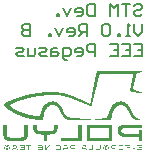
<source format=gbo>
G04*
G04 #@! TF.GenerationSoftware,Altium Limited,Altium Designer,24.1.2 (44)*
G04*
G04 Layer_Color=32896*
%FSLAX25Y25*%
%MOIN*%
G70*
G04*
G04 #@! TF.SameCoordinates,1DDA6136-DF48-45E1-A017-FCB5BA0D29E7*
G04*
G04*
G04 #@! TF.FilePolarity,Positive*
G04*
G01*
G75*
%ADD12C,0.00787*%
G36*
X116705Y133025D02*
X118622D01*
Y132989D01*
X122935D01*
Y132952D01*
X127765D01*
Y132915D01*
X130051D01*
Y132878D01*
X130862D01*
Y132841D01*
X130825D01*
Y132804D01*
X130751D01*
Y132767D01*
X130677D01*
Y132730D01*
X130604D01*
Y132694D01*
X130493D01*
Y132657D01*
X130419D01*
Y132620D01*
X130309D01*
Y132583D01*
X130198D01*
Y132546D01*
X130088D01*
Y132509D01*
X130014D01*
Y132472D01*
X129903D01*
Y132436D01*
X129793D01*
Y132399D01*
X129719D01*
Y132362D01*
X129608D01*
Y132325D01*
X129535D01*
Y132288D01*
X129424D01*
Y132251D01*
X129350D01*
Y132214D01*
X129277D01*
Y132177D01*
X129203D01*
Y132141D01*
X129129D01*
Y132104D01*
X129055D01*
Y132067D01*
X129018D01*
Y132030D01*
X128945D01*
Y131993D01*
X128908D01*
Y131956D01*
X128871D01*
Y131919D01*
X128834D01*
Y131772D01*
X128797D01*
Y131588D01*
X128760D01*
Y131403D01*
X128724D01*
Y131219D01*
X128687D01*
Y131035D01*
X128650D01*
Y130850D01*
X128613D01*
Y130703D01*
X128576D01*
Y130518D01*
X128539D01*
Y130371D01*
X128502D01*
Y130187D01*
X128465D01*
Y130039D01*
X128429D01*
Y129855D01*
X128392D01*
Y129707D01*
X128355D01*
Y129523D01*
X128318D01*
Y129376D01*
X128281D01*
Y129191D01*
X128244D01*
Y129044D01*
X128207D01*
Y128896D01*
X128171D01*
Y128712D01*
X128134D01*
Y128565D01*
X128097D01*
Y128380D01*
X128060D01*
Y128233D01*
X128023D01*
Y128085D01*
X127986D01*
Y127901D01*
X127949D01*
Y127717D01*
X127912D01*
Y127569D01*
X127876D01*
Y127385D01*
X127839D01*
Y127200D01*
X127876D01*
Y127090D01*
X127912D01*
Y127053D01*
X127949D01*
Y126979D01*
X127986D01*
Y126942D01*
X128023D01*
Y126906D01*
X128097D01*
Y126869D01*
X128134D01*
Y126832D01*
X128171D01*
Y126795D01*
X128244D01*
Y126758D01*
X128318D01*
Y126721D01*
X128392D01*
Y126684D01*
X128465D01*
Y126647D01*
X128539D01*
Y126611D01*
X128650D01*
Y126574D01*
X128724D01*
Y126537D01*
X128834D01*
Y126500D01*
X128945D01*
Y126463D01*
X129055D01*
Y126426D01*
X129166D01*
Y126389D01*
X129277D01*
Y126353D01*
X129387D01*
Y126316D01*
X129498D01*
Y126279D01*
X129608D01*
Y126242D01*
X129719D01*
Y126205D01*
X129830D01*
Y126168D01*
X129940D01*
Y126131D01*
X130051D01*
Y126094D01*
X130161D01*
Y126058D01*
X130235D01*
Y126021D01*
X130346D01*
Y125984D01*
X130419D01*
Y125947D01*
X130530D01*
Y125910D01*
X130604D01*
Y125873D01*
X130677D01*
Y125836D01*
X130751D01*
Y125800D01*
X130825D01*
Y125763D01*
X130014D01*
Y125800D01*
X129424D01*
Y125836D01*
X128945D01*
Y125873D01*
X128539D01*
Y125910D01*
X128207D01*
Y125947D01*
X127949D01*
Y125984D01*
X127728D01*
Y126021D01*
X127507D01*
Y126058D01*
X127359D01*
Y126094D01*
X127212D01*
Y126131D01*
X127101D01*
Y126168D01*
X126991D01*
Y126205D01*
X126917D01*
Y126242D01*
X126880D01*
Y126279D01*
X126843D01*
Y126316D01*
X126806D01*
Y126574D01*
X126843D01*
Y126795D01*
X126880D01*
Y126979D01*
X126917D01*
Y127164D01*
X126954D01*
Y127385D01*
X126991D01*
Y127569D01*
X127028D01*
Y127753D01*
X127065D01*
Y127938D01*
X127101D01*
Y128122D01*
X127138D01*
Y128306D01*
X127175D01*
Y128491D01*
X127212D01*
Y128638D01*
X127249D01*
Y128823D01*
X127286D01*
Y129007D01*
X127323D01*
Y129191D01*
X127359D01*
Y129376D01*
X127396D01*
Y129560D01*
X127433D01*
Y129744D01*
X127470D01*
Y129929D01*
X127507D01*
Y130113D01*
X127544D01*
Y130297D01*
X127581D01*
Y130445D01*
X127618D01*
Y130666D01*
X127654D01*
Y130850D01*
X127691D01*
Y131035D01*
X127728D01*
Y131219D01*
X127765D01*
Y131440D01*
X127802D01*
Y131624D01*
X127839D01*
Y131883D01*
X126217D01*
Y131919D01*
X118143D01*
Y131883D01*
X116668D01*
Y131846D01*
X116595D01*
Y131735D01*
X116558D01*
Y131588D01*
X116521D01*
Y131440D01*
X116484D01*
Y131293D01*
X116447D01*
Y131145D01*
X116410D01*
Y130998D01*
X116373D01*
Y130850D01*
X116336D01*
Y130703D01*
X116299D01*
Y130555D01*
X116263D01*
Y130408D01*
X116226D01*
Y130260D01*
X116189D01*
Y130113D01*
X116152D01*
Y129965D01*
X116115D01*
Y129818D01*
X116078D01*
Y129671D01*
X116042D01*
Y129523D01*
X116005D01*
Y129376D01*
X115968D01*
Y129228D01*
X115931D01*
Y129081D01*
X115894D01*
Y128933D01*
X115857D01*
Y128786D01*
X115820D01*
Y128638D01*
X115783D01*
Y128491D01*
X115746D01*
Y128343D01*
X115710D01*
Y128196D01*
X115673D01*
Y128012D01*
X115636D01*
Y127864D01*
X115599D01*
Y127717D01*
X115562D01*
Y127569D01*
X115525D01*
Y127422D01*
X115489D01*
Y127274D01*
X115452D01*
Y127127D01*
X115415D01*
Y126979D01*
X115378D01*
Y126832D01*
X115341D01*
Y126684D01*
X115304D01*
Y126537D01*
X115267D01*
Y126389D01*
X115230D01*
Y126242D01*
X115194D01*
Y126094D01*
X115157D01*
Y125947D01*
X115120D01*
Y125800D01*
X115083D01*
Y125652D01*
X115046D01*
Y125505D01*
X115009D01*
Y125357D01*
X114972D01*
Y125210D01*
X114936D01*
Y125062D01*
X114899D01*
Y124915D01*
X114862D01*
Y124767D01*
X114825D01*
Y124620D01*
X114788D01*
Y124472D01*
X114751D01*
Y124325D01*
X114714D01*
Y124177D01*
X114677D01*
Y124030D01*
X114641D01*
Y123882D01*
X114604D01*
Y123735D01*
X114567D01*
Y123588D01*
X114530D01*
Y123440D01*
X114493D01*
Y123293D01*
X114456D01*
Y123145D01*
X114419D01*
Y122998D01*
X114383D01*
Y122887D01*
X114346D01*
Y122740D01*
X114309D01*
Y122592D01*
X114272D01*
Y122445D01*
X114235D01*
Y122297D01*
X114198D01*
Y122150D01*
X114161D01*
Y122039D01*
X114124D01*
Y121892D01*
X114088D01*
Y121744D01*
X114051D01*
Y121597D01*
X114014D01*
Y121486D01*
X113977D01*
Y121339D01*
X113940D01*
Y121228D01*
X113903D01*
Y121265D01*
X113793D01*
Y121302D01*
X113719D01*
Y121339D01*
X113645D01*
Y121376D01*
X113535D01*
Y121412D01*
X113461D01*
Y121449D01*
X113387D01*
Y121486D01*
X113277D01*
Y121523D01*
X113203D01*
Y121560D01*
X113092D01*
Y121597D01*
X113018D01*
Y121634D01*
X112945D01*
Y121670D01*
X112834D01*
Y121707D01*
X112760D01*
Y121744D01*
X112687D01*
Y121781D01*
X112576D01*
Y121818D01*
X112502D01*
Y121855D01*
X112392D01*
Y121892D01*
X112318D01*
Y121929D01*
X112244D01*
Y121965D01*
X112134D01*
Y122002D01*
X112060D01*
Y122039D01*
X111949D01*
Y122076D01*
X111876D01*
Y122113D01*
X111802D01*
Y122150D01*
X111691D01*
Y122187D01*
X111618D01*
Y122223D01*
X111507D01*
Y122260D01*
X111433D01*
Y122297D01*
X111323D01*
Y122334D01*
X111249D01*
Y122371D01*
X111175D01*
Y122408D01*
X111065D01*
Y122445D01*
X110991D01*
Y122482D01*
X110880D01*
Y122518D01*
X110806D01*
Y122555D01*
X110696D01*
Y122592D01*
X110622D01*
Y122629D01*
X110512D01*
Y122666D01*
X110438D01*
Y122703D01*
X110327D01*
Y122740D01*
X110254D01*
Y122776D01*
X110143D01*
Y122813D01*
X110069D01*
Y122850D01*
X109959D01*
Y122887D01*
X109885D01*
Y122924D01*
X109774D01*
Y122961D01*
X109701D01*
Y122998D01*
X109590D01*
Y123035D01*
X109516D01*
Y123071D01*
X109406D01*
Y123108D01*
X109332D01*
Y123145D01*
X109221D01*
Y123182D01*
X109111D01*
Y123219D01*
X109037D01*
Y123256D01*
X108926D01*
Y123293D01*
X108853D01*
Y123329D01*
X108742D01*
Y123366D01*
X108668D01*
Y123403D01*
X108558D01*
Y123440D01*
X108447D01*
Y123477D01*
X108373D01*
Y123514D01*
X108263D01*
Y123551D01*
X108152D01*
Y123588D01*
X108078D01*
Y123624D01*
X107968D01*
Y123661D01*
X107857D01*
Y123698D01*
X107783D01*
Y123735D01*
X107673D01*
Y123772D01*
X107562D01*
Y123809D01*
X107489D01*
Y123846D01*
X107378D01*
Y123882D01*
X107267D01*
Y123919D01*
X107157D01*
Y123956D01*
X107046D01*
Y123993D01*
X106972D01*
Y124030D01*
X106862D01*
Y124067D01*
X106751D01*
Y124104D01*
X106641D01*
Y124141D01*
X106530D01*
Y124177D01*
X106419D01*
Y124214D01*
X106309D01*
Y124251D01*
X106198D01*
Y124288D01*
X106088D01*
Y124325D01*
X105940D01*
Y124362D01*
X105830D01*
Y124399D01*
X105719D01*
Y124435D01*
X105571D01*
Y124472D01*
X105424D01*
Y124509D01*
X105277D01*
Y124546D01*
X105166D01*
Y124583D01*
X105018D01*
Y124620D01*
X104834D01*
Y124657D01*
X104687D01*
Y124694D01*
X104539D01*
Y124730D01*
X104355D01*
Y124767D01*
X104207D01*
Y124804D01*
X104023D01*
Y124841D01*
X103802D01*
Y124878D01*
X103581D01*
Y124915D01*
X103323D01*
Y124952D01*
X103028D01*
Y124988D01*
X102659D01*
Y125025D01*
X101995D01*
Y125062D01*
X101111D01*
Y125025D01*
X99968D01*
Y124988D01*
X99304D01*
Y124952D01*
X98788D01*
Y124915D01*
X98346D01*
Y124878D01*
X97977D01*
Y124841D01*
X97608D01*
Y124804D01*
X97313D01*
Y124767D01*
X97018D01*
Y124730D01*
X96724D01*
Y124694D01*
X96465D01*
Y124657D01*
X96244D01*
Y124620D01*
X95986D01*
Y124583D01*
X95765D01*
Y124546D01*
X95544D01*
Y124509D01*
X95359D01*
Y124472D01*
X95138D01*
Y124435D01*
X94954D01*
Y124399D01*
X94770D01*
Y124362D01*
X94585D01*
Y124325D01*
X94401D01*
Y124288D01*
X94217D01*
Y124251D01*
X94069D01*
Y124214D01*
X93885D01*
Y124177D01*
X93737D01*
Y124141D01*
X93553D01*
Y124104D01*
X93405D01*
Y124067D01*
X93258D01*
Y124030D01*
X93111D01*
Y123993D01*
X92963D01*
Y123956D01*
X92816D01*
Y123919D01*
X92668D01*
Y123882D01*
X92521D01*
Y123846D01*
X92373D01*
Y123809D01*
X92226D01*
Y123772D01*
X92078D01*
Y123735D01*
X91968D01*
Y123698D01*
X91820D01*
Y123661D01*
X91673D01*
Y123624D01*
X91562D01*
Y123588D01*
X91415D01*
Y123551D01*
X91304D01*
Y123514D01*
X91157D01*
Y123477D01*
X91046D01*
Y123440D01*
X90935D01*
Y123403D01*
X90788D01*
Y123366D01*
X90677D01*
Y123329D01*
X90567D01*
Y123293D01*
X90419D01*
Y123256D01*
X90309D01*
Y123219D01*
X90198D01*
Y123182D01*
X90088D01*
Y123145D01*
X89977D01*
Y123108D01*
X89866D01*
Y123071D01*
X89756D01*
Y123035D01*
X89645D01*
Y122998D01*
X89535D01*
Y122961D01*
X89424D01*
Y122924D01*
X89313D01*
Y122887D01*
X89203D01*
Y122850D01*
X89129D01*
Y122813D01*
X89018D01*
Y122776D01*
X88908D01*
Y122740D01*
X88834D01*
Y122703D01*
X88723D01*
Y122666D01*
X88650D01*
Y122629D01*
X88539D01*
Y122592D01*
X88465D01*
Y122555D01*
X88355D01*
Y122518D01*
X88281D01*
Y122482D01*
X88207D01*
Y122445D01*
X88097D01*
Y122408D01*
X88023D01*
Y122371D01*
X87949D01*
Y122334D01*
X87876D01*
Y122297D01*
X87802D01*
Y122260D01*
X87728D01*
Y122223D01*
X87654D01*
Y122187D01*
X87581D01*
Y122150D01*
X87544D01*
Y122113D01*
X87470D01*
Y122076D01*
X87396D01*
Y122039D01*
X87359D01*
Y122002D01*
X87286D01*
Y121965D01*
X87249D01*
Y121929D01*
X87175D01*
Y121892D01*
X87138D01*
Y121855D01*
X87101D01*
Y121818D01*
X87064D01*
Y121781D01*
X87028D01*
Y121744D01*
X86991D01*
Y121670D01*
X86954D01*
Y121597D01*
X86917D01*
Y121412D01*
X86954D01*
Y121302D01*
X86991D01*
Y121228D01*
X87028D01*
Y121191D01*
X87064D01*
Y121117D01*
X87101D01*
Y121081D01*
X87138D01*
Y121044D01*
X87175D01*
Y121007D01*
X87212D01*
Y120970D01*
X87249D01*
Y120933D01*
X87286D01*
Y120896D01*
X87323D01*
Y120859D01*
X87359D01*
Y120823D01*
X87396D01*
Y120786D01*
X87470D01*
Y120749D01*
X87507D01*
Y120712D01*
X87544D01*
Y120675D01*
X87617D01*
Y120638D01*
X87654D01*
Y120601D01*
X87728D01*
Y120564D01*
X87765D01*
Y120528D01*
X87839D01*
Y120491D01*
X87876D01*
Y120454D01*
X87949D01*
Y120417D01*
X87986D01*
Y120380D01*
X88060D01*
Y120343D01*
X88134D01*
Y120306D01*
X88207D01*
Y120270D01*
X88244D01*
Y120233D01*
X88318D01*
Y120196D01*
X88392D01*
Y120159D01*
X88465D01*
Y120122D01*
X88539D01*
Y120085D01*
X88613D01*
Y120048D01*
X88687D01*
Y120011D01*
X88760D01*
Y119975D01*
X88834D01*
Y119938D01*
X88908D01*
Y119901D01*
X88982D01*
Y119864D01*
X89055D01*
Y119827D01*
X89166D01*
Y119790D01*
X89240D01*
Y119754D01*
X89313D01*
Y119717D01*
X89387D01*
Y119680D01*
X89498D01*
Y119643D01*
X89571D01*
Y119606D01*
X89645D01*
Y119569D01*
X89756D01*
Y119532D01*
X89829D01*
Y119495D01*
X89940D01*
Y119458D01*
X90014D01*
Y119422D01*
X90088D01*
Y119385D01*
X90198D01*
Y119348D01*
X90309D01*
Y119311D01*
X90382D01*
Y119274D01*
X90493D01*
Y119237D01*
X90567D01*
Y119201D01*
X90677D01*
Y119164D01*
X90788D01*
Y119127D01*
X90899D01*
Y119090D01*
X90972D01*
Y119053D01*
X91083D01*
Y119016D01*
X91194D01*
Y118979D01*
X91304D01*
Y118942D01*
X91415D01*
Y118905D01*
X91525D01*
Y118869D01*
X91673D01*
Y118832D01*
X91783D01*
Y118795D01*
X91894D01*
Y118758D01*
X92041D01*
Y118721D01*
X92189D01*
Y118684D01*
X92336D01*
Y118648D01*
X92484D01*
Y118611D01*
X92631D01*
Y118574D01*
X92779D01*
Y118537D01*
X92926D01*
Y118500D01*
X93074D01*
Y118463D01*
X93258D01*
Y118426D01*
X93405D01*
Y118389D01*
X93590D01*
Y118352D01*
X93737D01*
Y118316D01*
X93922D01*
Y118279D01*
X94106D01*
Y118242D01*
X94290D01*
Y118205D01*
X94475D01*
Y118168D01*
X94696D01*
Y118131D01*
X94917D01*
Y118095D01*
X95138D01*
Y118058D01*
X95359D01*
Y118021D01*
X95618D01*
Y117984D01*
X95949D01*
Y117947D01*
X96539D01*
Y117984D01*
X96613D01*
Y118021D01*
X96687D01*
Y118058D01*
X96724D01*
Y118095D01*
X96760D01*
Y118168D01*
X96797D01*
Y118205D01*
X96834D01*
Y118279D01*
X96871D01*
Y118352D01*
X96908D01*
Y118463D01*
X96945D01*
Y118537D01*
X96982D01*
Y118684D01*
X97018D01*
Y118795D01*
X97055D01*
Y118942D01*
X97092D01*
Y119127D01*
X97129D01*
Y119274D01*
X97166D01*
Y119422D01*
X97203D01*
Y119569D01*
X97240D01*
Y119717D01*
X97277D01*
Y119827D01*
X97313D01*
Y119938D01*
X97350D01*
Y120048D01*
X97387D01*
Y120159D01*
X97424D01*
Y120270D01*
X97461D01*
Y120343D01*
X97498D01*
Y120417D01*
X97535D01*
Y120528D01*
X97571D01*
Y120601D01*
X97608D01*
Y120675D01*
X97645D01*
Y120749D01*
X97682D01*
Y120823D01*
X97719D01*
Y120859D01*
X97756D01*
Y120933D01*
X97793D01*
Y121007D01*
X97830D01*
Y121044D01*
X97866D01*
Y121117D01*
X97903D01*
Y121154D01*
X97940D01*
Y121228D01*
X97977D01*
Y121265D01*
X98014D01*
Y121302D01*
X98051D01*
Y121376D01*
X98088D01*
Y121412D01*
X98124D01*
Y121449D01*
X98161D01*
Y121486D01*
X98198D01*
Y121523D01*
X98235D01*
Y121597D01*
X98272D01*
Y121634D01*
X98309D01*
Y121670D01*
X98346D01*
Y121707D01*
X98383D01*
Y121744D01*
X98419D01*
Y121781D01*
X98456D01*
Y121818D01*
X98493D01*
Y121855D01*
X98530D01*
Y121892D01*
X98567D01*
Y121929D01*
X98641D01*
Y121965D01*
X98677D01*
Y122002D01*
X98714D01*
Y122039D01*
X98751D01*
Y122076D01*
X98825D01*
Y122113D01*
X98862D01*
Y122150D01*
X98899D01*
Y122187D01*
X98972D01*
Y122223D01*
X99009D01*
Y122260D01*
X99083D01*
Y122297D01*
X99120D01*
Y122334D01*
X99194D01*
Y122371D01*
X99267D01*
Y122408D01*
X99304D01*
Y122445D01*
X99378D01*
Y122482D01*
X99452D01*
Y122518D01*
X99562D01*
Y122555D01*
X99636D01*
Y122592D01*
X99710D01*
Y122629D01*
X99820D01*
Y122666D01*
X99931D01*
Y122703D01*
X100041D01*
Y122740D01*
X100189D01*
Y122776D01*
X100336D01*
Y122813D01*
X100558D01*
Y122850D01*
X100889D01*
Y122887D01*
X101332D01*
Y122850D01*
X101627D01*
Y122813D01*
X101774D01*
Y122776D01*
X101922D01*
Y122740D01*
X102032D01*
Y122703D01*
X102106D01*
Y122666D01*
X102217D01*
Y122629D01*
X102290D01*
Y122592D01*
X102364D01*
Y122555D01*
X102438D01*
Y122518D01*
X102475D01*
Y122482D01*
X102548D01*
Y122445D01*
X102622D01*
Y122408D01*
X102659D01*
Y122371D01*
X102733D01*
Y122334D01*
X102770D01*
Y122297D01*
X102806D01*
Y122260D01*
X102843D01*
Y122223D01*
X102917D01*
Y122187D01*
X102954D01*
Y122150D01*
X102991D01*
Y122113D01*
X103028D01*
Y122076D01*
X103065D01*
Y122039D01*
X103101D01*
Y122002D01*
X103138D01*
Y121965D01*
X103175D01*
Y121929D01*
X103212D01*
Y121892D01*
X103249D01*
Y121855D01*
X103286D01*
Y121818D01*
X103323D01*
Y121781D01*
X103359D01*
Y121744D01*
X103396D01*
Y121707D01*
X103433D01*
Y121670D01*
X103470D01*
Y121597D01*
X103507D01*
Y121560D01*
X103544D01*
Y121523D01*
X103581D01*
Y121486D01*
X103618D01*
Y121412D01*
X103654D01*
Y121376D01*
X103691D01*
Y121339D01*
X103728D01*
Y121265D01*
X103765D01*
Y121228D01*
X103802D01*
Y121154D01*
X103839D01*
Y121117D01*
X103876D01*
Y121044D01*
X103912D01*
Y120970D01*
X103949D01*
Y120933D01*
X103986D01*
Y120859D01*
X104023D01*
Y120786D01*
X104060D01*
Y120712D01*
X104097D01*
Y120638D01*
X104134D01*
Y120564D01*
X104171D01*
Y120491D01*
X104207D01*
Y120417D01*
X104244D01*
Y120343D01*
X104281D01*
Y120233D01*
X104318D01*
Y120159D01*
X104355D01*
Y120085D01*
X104392D01*
Y119975D01*
X104429D01*
Y119901D01*
X104465D01*
Y119827D01*
X104502D01*
Y119754D01*
X104539D01*
Y119643D01*
X104576D01*
Y119569D01*
X104613D01*
Y119495D01*
X104650D01*
Y119422D01*
X104687D01*
Y119348D01*
X104724D01*
Y119274D01*
X104760D01*
Y119201D01*
X104797D01*
Y119127D01*
X104834D01*
Y119053D01*
X104871D01*
Y118979D01*
X104908D01*
Y118905D01*
X104945D01*
Y118832D01*
X104982D01*
Y118795D01*
X105018D01*
Y118721D01*
X105055D01*
Y118648D01*
X105092D01*
Y118611D01*
X105129D01*
Y118537D01*
X105166D01*
Y118500D01*
X105203D01*
Y118463D01*
X105240D01*
Y118426D01*
X105277D01*
Y118352D01*
X105313D01*
Y118316D01*
X105350D01*
Y118279D01*
X105387D01*
Y118242D01*
X105424D01*
Y118205D01*
X105461D01*
Y118168D01*
X105498D01*
Y118131D01*
X105535D01*
Y118095D01*
X105608D01*
Y118058D01*
X105645D01*
Y118021D01*
X105682D01*
Y117984D01*
X105756D01*
Y117947D01*
X105793D01*
Y117910D01*
X105866D01*
Y117873D01*
X105940D01*
Y117836D01*
X106014D01*
Y117799D01*
X106088D01*
Y117763D01*
X106161D01*
Y117726D01*
X106235D01*
Y117689D01*
X106309D01*
Y117652D01*
X106419D01*
Y117615D01*
X106530D01*
Y117578D01*
X106641D01*
Y117542D01*
X106751D01*
Y117505D01*
X106936D01*
Y117468D01*
X107120D01*
Y117431D01*
X107341D01*
Y117394D01*
X107673D01*
Y117357D01*
X108078D01*
Y117320D01*
X108521D01*
Y117283D01*
X109074D01*
Y117246D01*
X109664D01*
Y117210D01*
X110290D01*
Y117173D01*
X110880D01*
Y117136D01*
X111470D01*
Y117099D01*
X111986D01*
Y117062D01*
X112465D01*
Y117025D01*
X112834D01*
Y116989D01*
X113166D01*
Y116952D01*
X113424D01*
Y116915D01*
X113645D01*
Y116878D01*
X113830D01*
Y116841D01*
X113940D01*
Y116804D01*
X114051D01*
Y116767D01*
X114124D01*
Y116730D01*
X114161D01*
Y116694D01*
X114198D01*
Y116620D01*
X110032D01*
Y116657D01*
X108447D01*
Y116694D01*
X107562D01*
Y116730D01*
X106936D01*
Y116767D01*
X106493D01*
Y116804D01*
X106161D01*
Y116841D01*
X105903D01*
Y116878D01*
X105719D01*
Y116915D01*
X105571D01*
Y116952D01*
X105461D01*
Y116989D01*
X105424D01*
Y117025D01*
X105350D01*
Y117062D01*
X105313D01*
Y117099D01*
X105240D01*
Y117136D01*
X105203D01*
Y117173D01*
X105129D01*
Y117210D01*
X105092D01*
Y117246D01*
X105055D01*
Y117283D01*
X105018D01*
Y117320D01*
X104982D01*
Y117357D01*
X104945D01*
Y117394D01*
X104908D01*
Y117431D01*
X104871D01*
Y117468D01*
X104834D01*
Y117505D01*
X104797D01*
Y117542D01*
X104760D01*
Y117578D01*
X104724D01*
Y117615D01*
X104687D01*
Y117652D01*
X104650D01*
Y117689D01*
X104613D01*
Y117763D01*
X104576D01*
Y117799D01*
X104539D01*
Y117836D01*
X104502D01*
Y117910D01*
X104465D01*
Y117947D01*
X104429D01*
Y118021D01*
X104392D01*
Y118058D01*
X104355D01*
Y118131D01*
X104318D01*
Y118205D01*
X104281D01*
Y118242D01*
X104244D01*
Y118316D01*
X104207D01*
Y118389D01*
X104171D01*
Y118463D01*
X104134D01*
Y118500D01*
X104097D01*
Y118574D01*
X104060D01*
Y118648D01*
X104023D01*
Y118721D01*
X103986D01*
Y118795D01*
X103949D01*
Y118869D01*
X103912D01*
Y118942D01*
X103876D01*
Y119016D01*
X103839D01*
Y119090D01*
X103802D01*
Y119164D01*
X103765D01*
Y119201D01*
X103728D01*
Y119274D01*
X103691D01*
Y119348D01*
X103654D01*
Y119422D01*
X103618D01*
Y119495D01*
X103581D01*
Y119569D01*
X103544D01*
Y119643D01*
X103507D01*
Y119717D01*
X103470D01*
Y119790D01*
X103433D01*
Y119864D01*
X103396D01*
Y119901D01*
X103359D01*
Y119975D01*
X103323D01*
Y120048D01*
X103286D01*
Y120122D01*
X103249D01*
Y120159D01*
X103212D01*
Y120233D01*
X103175D01*
Y120306D01*
X103138D01*
Y120343D01*
X103101D01*
Y120417D01*
X103065D01*
Y120454D01*
X103028D01*
Y120528D01*
X102991D01*
Y120564D01*
X102954D01*
Y120638D01*
X102917D01*
Y120675D01*
X102880D01*
Y120712D01*
X102843D01*
Y120786D01*
X102806D01*
Y120823D01*
X102770D01*
Y120859D01*
X102733D01*
Y120896D01*
X102696D01*
Y120970D01*
X102659D01*
Y121007D01*
X102622D01*
Y121044D01*
X102585D01*
Y121081D01*
X102548D01*
Y121117D01*
X102512D01*
Y121154D01*
X102475D01*
Y121191D01*
X102401D01*
Y121228D01*
X102364D01*
Y121265D01*
X102327D01*
Y121302D01*
X102290D01*
Y121339D01*
X102217D01*
Y121376D01*
X102180D01*
Y121412D01*
X102106D01*
Y121449D01*
X102069D01*
Y121486D01*
X101995D01*
Y121523D01*
X101922D01*
Y121560D01*
X101811D01*
Y121597D01*
X101737D01*
Y121634D01*
X101590D01*
Y121670D01*
X101406D01*
Y121707D01*
X100853D01*
Y121670D01*
X100631D01*
Y121634D01*
X100484D01*
Y121597D01*
X100373D01*
Y121560D01*
X100263D01*
Y121523D01*
X100189D01*
Y121486D01*
X100115D01*
Y121449D01*
X100041D01*
Y121412D01*
X99968D01*
Y121376D01*
X99894D01*
Y121339D01*
X99857D01*
Y121302D01*
X99783D01*
Y121265D01*
X99747D01*
Y121228D01*
X99673D01*
Y121191D01*
X99636D01*
Y121154D01*
X99562D01*
Y121117D01*
X99525D01*
Y121081D01*
X99489D01*
Y121044D01*
X99452D01*
Y121007D01*
X99415D01*
Y120970D01*
X99378D01*
Y120933D01*
X99304D01*
Y120896D01*
X99267D01*
Y120859D01*
X99230D01*
Y120823D01*
X99194D01*
Y120749D01*
X99157D01*
Y120712D01*
X99120D01*
Y120675D01*
X99083D01*
Y120638D01*
X99046D01*
Y120601D01*
X99009D01*
Y120564D01*
X98972D01*
Y120491D01*
X98936D01*
Y120454D01*
X98899D01*
Y120417D01*
X98862D01*
Y120343D01*
X98825D01*
Y120306D01*
X98788D01*
Y120233D01*
X98751D01*
Y120196D01*
X98714D01*
Y120122D01*
X98677D01*
Y120048D01*
X98641D01*
Y119975D01*
X98604D01*
Y119901D01*
X98567D01*
Y119864D01*
X98530D01*
Y119754D01*
X98493D01*
Y119680D01*
X98456D01*
Y119606D01*
X98419D01*
Y119532D01*
X98383D01*
Y119422D01*
X98346D01*
Y119311D01*
X98309D01*
Y119201D01*
X98272D01*
Y119053D01*
X98235D01*
Y118905D01*
X98198D01*
Y118758D01*
X98161D01*
Y118611D01*
X98124D01*
Y118426D01*
X98088D01*
Y118279D01*
X98051D01*
Y118095D01*
X98014D01*
Y117873D01*
X97977D01*
Y117689D01*
X97940D01*
Y117468D01*
X97903D01*
Y117246D01*
X97866D01*
Y117210D01*
Y117062D01*
X97830D01*
Y116878D01*
X97793D01*
Y116804D01*
X97756D01*
Y116767D01*
X97719D01*
Y116730D01*
X97682D01*
Y116694D01*
X97571D01*
Y116657D01*
X97424D01*
Y116620D01*
X96760D01*
Y116657D01*
X96392D01*
Y116694D01*
X96060D01*
Y116730D01*
X95802D01*
Y116767D01*
X95544D01*
Y116804D01*
X95323D01*
Y116841D01*
X95065D01*
Y116878D01*
X94843D01*
Y116915D01*
X94585D01*
Y116952D01*
X94364D01*
Y116989D01*
X94143D01*
Y117025D01*
X93922D01*
Y117062D01*
X93737D01*
Y117099D01*
X93553D01*
Y117136D01*
X93369D01*
Y117173D01*
X93221D01*
Y117210D01*
X93074D01*
Y117246D01*
X92926D01*
Y117283D01*
X92742D01*
Y117320D01*
X92631D01*
Y117357D01*
X92484D01*
Y117394D01*
X92336D01*
Y117431D01*
X92189D01*
Y117468D01*
X92078D01*
Y117505D01*
X91931D01*
Y117542D01*
X91820D01*
Y117578D01*
X91673D01*
Y117615D01*
X91562D01*
Y117652D01*
X91452D01*
Y117689D01*
X91341D01*
Y117726D01*
X91194D01*
Y117763D01*
X91083D01*
Y117799D01*
X90972D01*
Y117836D01*
X90862D01*
Y117873D01*
X90751D01*
Y117910D01*
X90640D01*
Y117947D01*
X90567D01*
Y117984D01*
X90456D01*
Y118021D01*
X90346D01*
Y118058D01*
X90235D01*
Y118095D01*
X90161D01*
Y118131D01*
X90051D01*
Y118168D01*
X89977D01*
Y118205D01*
X89866D01*
Y118242D01*
X89793D01*
Y118279D01*
X89682D01*
Y118316D01*
X89608D01*
Y118352D01*
X89498D01*
Y118389D01*
X89424D01*
Y118426D01*
X89350D01*
Y118463D01*
X89240D01*
Y118500D01*
X89166D01*
Y118537D01*
X89092D01*
Y118574D01*
X89018D01*
Y118611D01*
X88945D01*
Y118648D01*
X88871D01*
Y118684D01*
X88797D01*
Y118721D01*
X88723D01*
Y118758D01*
X88650D01*
Y118795D01*
X88576D01*
Y118832D01*
X88502D01*
Y118869D01*
X88429D01*
Y118905D01*
X88355D01*
Y118942D01*
X88281D01*
Y118979D01*
X88207D01*
Y119016D01*
X88134D01*
Y119053D01*
X88097D01*
Y119090D01*
X88023D01*
Y119127D01*
X87949D01*
Y119164D01*
X87876D01*
Y119201D01*
X87802D01*
Y119237D01*
X87765D01*
Y119274D01*
X87691D01*
Y119311D01*
X87617D01*
Y119348D01*
X87581D01*
Y119385D01*
X87507D01*
Y119422D01*
X87433D01*
Y119458D01*
X87396D01*
Y119495D01*
X87323D01*
Y119532D01*
X87249D01*
Y119569D01*
X87212D01*
Y119606D01*
X87138D01*
Y119643D01*
X87064D01*
Y119680D01*
X87028D01*
Y119717D01*
X86954D01*
Y119754D01*
X86917D01*
Y119790D01*
X86843D01*
Y119827D01*
X86806D01*
Y119864D01*
X86733D01*
Y119901D01*
X86696D01*
Y119938D01*
X86622D01*
Y119975D01*
X86585D01*
Y120011D01*
X86511D01*
Y120048D01*
X86475D01*
Y120085D01*
X86401D01*
Y120122D01*
X86364D01*
Y120159D01*
X86290D01*
Y120196D01*
X86253D01*
Y120233D01*
X86217D01*
Y120270D01*
X86143D01*
Y120306D01*
X86106D01*
Y120343D01*
X86032D01*
Y120380D01*
X85995D01*
Y120417D01*
X85958D01*
Y120454D01*
X85885D01*
Y120491D01*
X85848D01*
Y120528D01*
X85811D01*
Y120564D01*
X85774D01*
Y120601D01*
X85701D01*
Y120638D01*
X85664D01*
Y120675D01*
X85627D01*
Y120712D01*
X85590D01*
Y120749D01*
X85516D01*
Y120786D01*
X85479D01*
Y120823D01*
X85442D01*
Y120859D01*
X85405D01*
Y120896D01*
X85369D01*
Y120933D01*
X85332D01*
Y120970D01*
X85295D01*
Y121007D01*
X85258D01*
Y121044D01*
X85184D01*
Y121081D01*
X85148D01*
Y121117D01*
X85111D01*
Y121154D01*
X85074D01*
Y121228D01*
X85037D01*
Y121265D01*
X85000D01*
Y121302D01*
X84963D01*
Y121339D01*
X84926D01*
Y121376D01*
X84889D01*
Y121412D01*
X84852D01*
Y121486D01*
X84816D01*
Y121523D01*
X84779D01*
Y121597D01*
X84742D01*
Y121670D01*
X84705D01*
Y121929D01*
X84742D01*
Y121965D01*
X84779D01*
Y122002D01*
X84816D01*
Y122039D01*
X84852D01*
Y122076D01*
X84889D01*
Y122113D01*
X84926D01*
Y122150D01*
X84963D01*
Y122187D01*
X85037D01*
Y122223D01*
X85074D01*
Y122260D01*
X85148D01*
Y122297D01*
X85184D01*
Y122334D01*
X85258D01*
Y122371D01*
X85332D01*
Y122408D01*
X85405D01*
Y122445D01*
X85442D01*
Y122482D01*
X85516D01*
Y122518D01*
X85590D01*
Y122555D01*
X85664D01*
Y122592D01*
X85737D01*
Y122629D01*
X85811D01*
Y122666D01*
X85885D01*
Y122703D01*
X85958D01*
Y122740D01*
X86032D01*
Y122776D01*
X86106D01*
Y122813D01*
X86180D01*
Y122850D01*
X86253D01*
Y122887D01*
X86327D01*
Y122924D01*
X86438D01*
Y122961D01*
X86511D01*
Y122998D01*
X86585D01*
Y123035D01*
X86659D01*
Y123071D01*
X86770D01*
Y123108D01*
X86843D01*
Y123145D01*
X86917D01*
Y123182D01*
X87028D01*
Y123219D01*
X87101D01*
Y123256D01*
X87175D01*
Y123293D01*
X87286D01*
Y123329D01*
X87359D01*
Y123366D01*
X87470D01*
Y123403D01*
X87544D01*
Y123440D01*
X87654D01*
Y123477D01*
X87728D01*
Y123514D01*
X87839D01*
Y123551D01*
X87912D01*
Y123588D01*
X88023D01*
Y123624D01*
X88134D01*
Y123661D01*
X88207D01*
Y123698D01*
X88318D01*
Y123735D01*
X88429D01*
Y123772D01*
X88502D01*
Y123809D01*
X88613D01*
Y123846D01*
X88723D01*
Y123882D01*
X88797D01*
Y123919D01*
X88908D01*
Y123956D01*
X89018D01*
Y123993D01*
X89129D01*
Y124030D01*
X89240D01*
Y124067D01*
X89350D01*
Y124104D01*
X89424D01*
Y124141D01*
X89535D01*
Y124177D01*
X89645D01*
Y124214D01*
X89756D01*
Y124251D01*
X89866D01*
Y124288D01*
X89977D01*
Y124325D01*
X90088D01*
Y124362D01*
X90235D01*
Y124399D01*
X90346D01*
Y124435D01*
X90456D01*
Y124472D01*
X90567D01*
Y124509D01*
X90677D01*
Y124546D01*
X90825D01*
Y124583D01*
X90935D01*
Y124620D01*
X91046D01*
Y124657D01*
X91194D01*
Y124694D01*
X91304D01*
Y124730D01*
X91452D01*
Y124767D01*
X91562D01*
Y124804D01*
X91710D01*
Y124841D01*
X91857D01*
Y124878D01*
X92005D01*
Y124915D01*
X92152D01*
Y124952D01*
X92299D01*
Y124988D01*
X92447D01*
Y125025D01*
X92631D01*
Y125062D01*
X92779D01*
Y125099D01*
X92963D01*
Y125136D01*
X93111D01*
Y125173D01*
X93295D01*
Y125210D01*
X93479D01*
Y125247D01*
X93664D01*
Y125283D01*
X93848D01*
Y125320D01*
X94032D01*
Y125357D01*
X94253D01*
Y125394D01*
X94438D01*
Y125431D01*
X94659D01*
Y125468D01*
X94880D01*
Y125505D01*
X95101D01*
Y125541D01*
X95323D01*
Y125578D01*
X95544D01*
Y125615D01*
X95802D01*
Y125652D01*
X96060D01*
Y125689D01*
X96318D01*
Y125726D01*
X96613D01*
Y125763D01*
X96871D01*
Y125800D01*
X97203D01*
Y125836D01*
X97535D01*
Y125873D01*
X97866D01*
Y125910D01*
X98272D01*
Y125947D01*
X98714D01*
Y125984D01*
X99194D01*
Y126021D01*
X99894D01*
Y126058D01*
X101516D01*
Y126021D01*
X102032D01*
Y125984D01*
X102438D01*
Y125947D01*
X102733D01*
Y125910D01*
X103028D01*
Y125873D01*
X103286D01*
Y125836D01*
X103507D01*
Y125800D01*
X103728D01*
Y125763D01*
X103949D01*
Y125726D01*
X104134D01*
Y125689D01*
X104318D01*
Y125652D01*
X104502D01*
Y125615D01*
X104650D01*
Y125578D01*
X104834D01*
Y125541D01*
X104982D01*
Y125505D01*
X105129D01*
Y125468D01*
X105277D01*
Y125431D01*
X105424D01*
Y125394D01*
X105571D01*
Y125357D01*
X105719D01*
Y125320D01*
X105830D01*
Y125283D01*
X105977D01*
Y125247D01*
X106088D01*
Y125210D01*
X106198D01*
Y125173D01*
X106346D01*
Y125136D01*
X106456D01*
Y125099D01*
X106567D01*
Y125062D01*
X106677D01*
Y125025D01*
X106788D01*
Y124988D01*
X106862D01*
Y124952D01*
X106972D01*
Y124915D01*
X107083D01*
Y124878D01*
X107157D01*
Y124841D01*
X107267D01*
Y124804D01*
X107378D01*
Y124767D01*
X107452D01*
Y124730D01*
X107562D01*
Y124694D01*
X107673D01*
Y124657D01*
X107747D01*
Y124620D01*
X107857D01*
Y124583D01*
X107931D01*
Y124546D01*
X108042D01*
Y124509D01*
X108115D01*
Y124472D01*
X108226D01*
Y124435D01*
X108300D01*
Y124399D01*
X108410D01*
Y124362D01*
X108484D01*
Y124325D01*
X108595D01*
Y124288D01*
X108668D01*
Y124251D01*
X108779D01*
Y124214D01*
X108853D01*
Y124177D01*
X108926D01*
Y124141D01*
X109037D01*
Y124104D01*
X109111D01*
Y124067D01*
X109221D01*
Y124030D01*
X109295D01*
Y123993D01*
X109369D01*
Y123956D01*
X109479D01*
Y123919D01*
X109553D01*
Y123882D01*
X109627D01*
Y123846D01*
X109737D01*
Y123809D01*
X109811D01*
Y123772D01*
X109885D01*
Y123735D01*
X109995D01*
Y123698D01*
X110069D01*
Y123661D01*
X110143D01*
Y123624D01*
X110254D01*
Y123588D01*
X110327D01*
Y123551D01*
X110401D01*
Y123514D01*
X110475D01*
Y123477D01*
X110585D01*
Y123440D01*
X110659D01*
Y123403D01*
X110733D01*
Y123366D01*
X110806D01*
Y123329D01*
X110917D01*
Y123293D01*
X110991D01*
Y123256D01*
X111065D01*
Y123219D01*
X111138D01*
Y123182D01*
X111212D01*
Y123145D01*
X111323D01*
Y123108D01*
X111396D01*
Y123071D01*
X111470D01*
Y123035D01*
X111544D01*
Y122998D01*
X111618D01*
Y122961D01*
X111691D01*
Y122924D01*
X111765D01*
Y122887D01*
X111839D01*
Y122850D01*
X111949D01*
Y122813D01*
X112023D01*
Y122776D01*
X112097D01*
Y122740D01*
X112171D01*
Y122703D01*
X112244D01*
Y122666D01*
X112318D01*
Y122629D01*
X112392D01*
Y122592D01*
X112465D01*
Y122555D01*
X112539D01*
Y122518D01*
X112613D01*
Y122482D01*
X112687D01*
Y122445D01*
X112760D01*
Y122408D01*
X112834D01*
Y122371D01*
X112908D01*
Y122334D01*
X112982D01*
Y122297D01*
X113055D01*
Y122260D01*
X113129D01*
Y122223D01*
X113203D01*
Y122187D01*
X113277D01*
Y122150D01*
X113350D01*
Y122113D01*
X113424D01*
Y122076D01*
X113461D01*
Y122039D01*
X113535D01*
Y122150D01*
X113571D01*
Y122297D01*
X113608D01*
Y122445D01*
X113645D01*
Y122629D01*
X113682D01*
Y122813D01*
X113719D01*
Y122998D01*
X113756D01*
Y123182D01*
X113793D01*
Y123366D01*
X113830D01*
Y123551D01*
X113866D01*
Y123735D01*
X113903D01*
Y123919D01*
X113940D01*
Y124104D01*
X113977D01*
Y124325D01*
X114014D01*
Y124509D01*
X114051D01*
Y124694D01*
X114088D01*
Y124915D01*
X114124D01*
Y125099D01*
X114161D01*
Y125320D01*
X114198D01*
Y125505D01*
X114235D01*
Y125689D01*
X114272D01*
Y125910D01*
X114309D01*
Y126094D01*
X114346D01*
Y126316D01*
X114383D01*
Y126500D01*
X114419D01*
Y126721D01*
X114456D01*
Y126906D01*
X114493D01*
Y127127D01*
X114530D01*
Y127311D01*
X114567D01*
Y127532D01*
X114604D01*
Y127717D01*
X114641D01*
Y127901D01*
X114677D01*
Y128122D01*
X114714D01*
Y128306D01*
X114751D01*
Y128528D01*
X114788D01*
Y128712D01*
X114825D01*
Y128896D01*
X114862D01*
Y129118D01*
X114899D01*
Y129302D01*
X114936D01*
Y129486D01*
X114972D01*
Y129671D01*
X115009D01*
Y129855D01*
X115046D01*
Y130039D01*
X115083D01*
Y130224D01*
X115120D01*
Y130408D01*
X115157D01*
Y130592D01*
X115194D01*
Y130777D01*
X115230D01*
Y130961D01*
X115267D01*
Y131145D01*
X115304D01*
Y131330D01*
X115341D01*
Y131477D01*
X115378D01*
Y131661D01*
X115415D01*
Y131809D01*
X115452D01*
Y131956D01*
X115489D01*
Y132104D01*
X115525D01*
Y132251D01*
X115562D01*
Y132399D01*
X115599D01*
Y132509D01*
X115636D01*
Y132620D01*
X115673D01*
Y132694D01*
X115710D01*
Y132730D01*
X115746D01*
Y132804D01*
X115783D01*
Y132841D01*
X115820D01*
Y132878D01*
X115894D01*
Y132915D01*
X115931D01*
Y132952D01*
X116005D01*
Y132989D01*
X116115D01*
Y133025D01*
X116373D01*
Y133062D01*
X116705D01*
Y133025D01*
D02*
G37*
G36*
X124078Y122850D02*
X124373D01*
Y122813D01*
X124521D01*
Y122776D01*
X124631D01*
Y122740D01*
X124742D01*
Y122703D01*
X124853D01*
Y122666D01*
X124926D01*
Y122629D01*
X125037D01*
Y122592D01*
X125111D01*
Y122555D01*
X125147D01*
Y122518D01*
X125221D01*
Y122482D01*
X125295D01*
Y122445D01*
X125332D01*
Y122408D01*
X125406D01*
Y122371D01*
X125442D01*
Y122334D01*
X125516D01*
Y122297D01*
X125553D01*
Y122260D01*
X125590D01*
Y122223D01*
X125627D01*
Y122187D01*
X125700D01*
Y122150D01*
X125737D01*
Y122113D01*
X125774D01*
Y122076D01*
X125811D01*
Y122039D01*
X125848D01*
Y122002D01*
X125885D01*
Y121965D01*
X125922D01*
Y121929D01*
X125959D01*
Y121892D01*
X125995D01*
Y121855D01*
X126032D01*
Y121818D01*
X126069D01*
Y121781D01*
X126106D01*
Y121744D01*
X126143D01*
Y121707D01*
X126180D01*
Y121634D01*
X126217D01*
Y121597D01*
X126253D01*
Y121560D01*
X126290D01*
Y121523D01*
X126327D01*
Y121449D01*
X126364D01*
Y121412D01*
X126401D01*
Y121376D01*
X126438D01*
Y121302D01*
X126475D01*
Y121265D01*
X126512D01*
Y121191D01*
X126548D01*
Y121154D01*
X126585D01*
Y121081D01*
X126622D01*
Y121044D01*
X126659D01*
Y120970D01*
X126696D01*
Y120896D01*
X126733D01*
Y120859D01*
X126770D01*
Y120786D01*
X126806D01*
Y120712D01*
X126843D01*
Y120638D01*
X126880D01*
Y120564D01*
X126917D01*
Y120491D01*
X126954D01*
Y120417D01*
X126991D01*
Y120343D01*
X127028D01*
Y120233D01*
X127065D01*
Y120159D01*
X127101D01*
Y120085D01*
X127138D01*
Y120011D01*
X127175D01*
Y119901D01*
X127212D01*
Y119827D01*
X127249D01*
Y119754D01*
X127286D01*
Y119680D01*
X127323D01*
Y119606D01*
X127359D01*
Y119495D01*
X127396D01*
Y119422D01*
X127433D01*
Y119348D01*
X127470D01*
Y119274D01*
X127507D01*
Y119201D01*
X127544D01*
Y119127D01*
X127581D01*
Y119053D01*
X127618D01*
Y118979D01*
X127654D01*
Y118905D01*
X127691D01*
Y118832D01*
X127728D01*
Y118758D01*
X127765D01*
Y118684D01*
X127802D01*
Y118648D01*
X127839D01*
Y118574D01*
X127876D01*
Y118500D01*
X127912D01*
Y118463D01*
X127949D01*
Y118389D01*
X127986D01*
Y118352D01*
X128023D01*
Y118279D01*
X128060D01*
Y118242D01*
X128097D01*
Y118168D01*
X128134D01*
Y118131D01*
X128171D01*
Y118095D01*
X128207D01*
Y118021D01*
X128244D01*
Y117984D01*
X128281D01*
Y117947D01*
X128318D01*
Y117910D01*
X128355D01*
Y117873D01*
X128392D01*
Y117836D01*
X128429D01*
Y117799D01*
X128502D01*
Y117763D01*
X128539D01*
Y117726D01*
X128576D01*
Y117689D01*
X128613D01*
Y117652D01*
X128687D01*
Y117615D01*
X128724D01*
Y117578D01*
X128760D01*
Y117542D01*
X128834D01*
Y117505D01*
X128871D01*
Y117468D01*
X128945D01*
Y117431D01*
X128982D01*
Y117394D01*
X129055D01*
Y117357D01*
X129092D01*
Y117320D01*
X129166D01*
Y117283D01*
X129240D01*
Y117246D01*
X129313D01*
Y117210D01*
X129350D01*
Y117173D01*
X129424D01*
Y117136D01*
X129498D01*
Y117099D01*
X129608D01*
Y117062D01*
X129682D01*
Y117025D01*
X129756D01*
Y116989D01*
X129866D01*
Y116952D01*
X129977D01*
Y116915D01*
X130051D01*
Y116878D01*
X130161D01*
Y116841D01*
X130272D01*
Y116804D01*
X130419D01*
Y116767D01*
X130530D01*
Y116730D01*
X130641D01*
Y116694D01*
X130788D01*
Y116657D01*
X130825D01*
Y116620D01*
X129940D01*
Y116657D01*
X129424D01*
Y116694D01*
X129129D01*
Y116730D01*
X128908D01*
Y116767D01*
X128724D01*
Y116804D01*
X128613D01*
Y116841D01*
X128465D01*
Y116878D01*
X128392D01*
Y116915D01*
X128281D01*
Y116952D01*
X128207D01*
Y116989D01*
X128134D01*
Y117025D01*
X128097D01*
Y117062D01*
X128023D01*
Y117099D01*
X127986D01*
Y117136D01*
X127912D01*
Y117173D01*
X127876D01*
Y117210D01*
X127839D01*
Y117246D01*
X127802D01*
Y117283D01*
X127765D01*
Y117320D01*
X127691D01*
Y117357D01*
X127654D01*
Y117394D01*
X127618D01*
Y117431D01*
X127581D01*
Y117468D01*
X127544D01*
Y117505D01*
X127507D01*
Y117578D01*
X127470D01*
Y117615D01*
X127433D01*
Y117652D01*
X127396D01*
Y117689D01*
X127359D01*
Y117726D01*
X127323D01*
Y117799D01*
X127286D01*
Y117836D01*
X127249D01*
Y117873D01*
X127212D01*
Y117947D01*
X127175D01*
Y117984D01*
X127138D01*
Y118058D01*
X127101D01*
Y118131D01*
X127065D01*
Y118168D01*
X127028D01*
Y118242D01*
X126991D01*
Y118316D01*
X126954D01*
Y118352D01*
X126917D01*
Y118426D01*
X126880D01*
Y118500D01*
X126843D01*
Y118574D01*
X126806D01*
Y118648D01*
X126770D01*
Y118721D01*
X126733D01*
Y118758D01*
X126696D01*
Y118795D01*
Y118832D01*
X126659D01*
Y118905D01*
X126622D01*
Y118979D01*
X126585D01*
Y119053D01*
X126548D01*
Y119127D01*
X126512D01*
Y119201D01*
X126475D01*
Y119274D01*
X126438D01*
Y119348D01*
X126401D01*
Y119422D01*
X126364D01*
Y119495D01*
X126327D01*
Y119569D01*
X126290D01*
Y119643D01*
X126253D01*
Y119680D01*
X126217D01*
Y119754D01*
X126180D01*
Y119827D01*
X126143D01*
Y119901D01*
X126106D01*
Y119975D01*
X126069D01*
Y120048D01*
X126032D01*
Y120085D01*
X125995D01*
Y120159D01*
X125959D01*
Y120233D01*
X125922D01*
Y120270D01*
X125885D01*
Y120343D01*
X125848D01*
Y120380D01*
X125811D01*
Y120454D01*
X125774D01*
Y120491D01*
X125737D01*
Y120564D01*
X125700D01*
Y120601D01*
X125664D01*
Y120675D01*
X125627D01*
Y120712D01*
X125590D01*
Y120749D01*
X125553D01*
Y120823D01*
X125516D01*
Y120859D01*
X125479D01*
Y120896D01*
X125442D01*
Y120933D01*
X125406D01*
Y120970D01*
X125369D01*
Y121007D01*
X125332D01*
Y121044D01*
X125295D01*
Y121081D01*
X125258D01*
Y121117D01*
X125221D01*
Y121154D01*
X125184D01*
Y121191D01*
X125147D01*
Y121228D01*
X125111D01*
Y121265D01*
X125074D01*
Y121302D01*
X125037D01*
Y121339D01*
X124963D01*
Y121376D01*
X124926D01*
Y121412D01*
X124853D01*
Y121449D01*
X124779D01*
Y121486D01*
X124742D01*
Y121523D01*
X124631D01*
Y121560D01*
X124558D01*
Y121597D01*
X124484D01*
Y121634D01*
X124336D01*
Y121670D01*
X124152D01*
Y121707D01*
X123599D01*
Y121670D01*
X123378D01*
Y121634D01*
X123230D01*
Y121597D01*
X123120D01*
Y121560D01*
X123009D01*
Y121523D01*
X122935D01*
Y121486D01*
X122862D01*
Y121449D01*
X122788D01*
Y121412D01*
X122714D01*
Y121376D01*
X122641D01*
Y121339D01*
X122567D01*
Y121302D01*
X122530D01*
Y121265D01*
X122456D01*
Y121228D01*
X122419D01*
Y121191D01*
X122346D01*
Y121154D01*
X122309D01*
Y121117D01*
X122272D01*
Y121081D01*
X122235D01*
Y121044D01*
X122198D01*
Y121007D01*
X122124D01*
Y120970D01*
X122088D01*
Y120933D01*
X122051D01*
Y120896D01*
X122014D01*
Y120859D01*
X121977D01*
Y120823D01*
X121940D01*
Y120786D01*
X121903D01*
Y120749D01*
X121866D01*
Y120675D01*
X121829D01*
Y120638D01*
X121793D01*
Y120601D01*
X121756D01*
Y120564D01*
X121719D01*
Y120528D01*
X121682D01*
Y120454D01*
X121645D01*
Y120417D01*
X121608D01*
Y120380D01*
X121571D01*
Y120306D01*
X121535D01*
Y120270D01*
X121498D01*
Y120196D01*
X121461D01*
Y120122D01*
X121424D01*
Y120085D01*
X121387D01*
Y120011D01*
X121350D01*
Y119938D01*
X121313D01*
Y119864D01*
X121276D01*
Y119790D01*
X121240D01*
Y119717D01*
X121203D01*
Y119643D01*
X121166D01*
Y119532D01*
X121129D01*
Y119458D01*
X121092D01*
Y119348D01*
X121055D01*
Y119237D01*
X121018D01*
Y119090D01*
X120982D01*
Y118942D01*
X120945D01*
Y118795D01*
X120908D01*
Y118648D01*
X120871D01*
Y118500D01*
X120834D01*
Y118316D01*
X120797D01*
Y118131D01*
X120760D01*
Y117947D01*
X120723D01*
Y117726D01*
X120687D01*
Y117505D01*
X120650D01*
Y117320D01*
X120613D01*
Y117099D01*
X120576D01*
Y116915D01*
X120539D01*
Y116878D01*
X120502D01*
Y116841D01*
X120355D01*
Y116804D01*
X120134D01*
Y116767D01*
X119728D01*
Y116730D01*
X119138D01*
Y116694D01*
X118180D01*
Y116657D01*
X116299D01*
Y116620D01*
X114530D01*
Y116657D01*
X114567D01*
Y116694D01*
X114604D01*
Y116730D01*
X114677D01*
Y116767D01*
X114788D01*
Y116804D01*
X114936D01*
Y116841D01*
X115083D01*
Y116878D01*
X115267D01*
Y116915D01*
X115489D01*
Y116952D01*
X115710D01*
Y116989D01*
X115968D01*
Y117025D01*
X116226D01*
Y117062D01*
X116521D01*
Y117099D01*
X116816D01*
Y117136D01*
X117111D01*
Y117173D01*
X117442D01*
Y117210D01*
X117774D01*
Y117246D01*
X118106D01*
Y117283D01*
X118401D01*
Y117320D01*
X118659D01*
Y117357D01*
X118770D01*
Y117394D01*
X118843D01*
Y117431D01*
X118880D01*
Y117468D01*
X118954D01*
Y117505D01*
X118991D01*
Y117542D01*
X119028D01*
Y117578D01*
X119064D01*
Y117615D01*
X119101D01*
Y117689D01*
X119138D01*
Y117726D01*
X119175D01*
Y117763D01*
X119212D01*
Y117836D01*
X119249D01*
Y117873D01*
X119286D01*
Y117947D01*
X119323D01*
Y117984D01*
X119359D01*
Y118058D01*
X119396D01*
Y118131D01*
X119433D01*
Y118205D01*
X119470D01*
Y118279D01*
X119507D01*
Y118352D01*
X119544D01*
Y118426D01*
X119581D01*
Y118537D01*
X119617D01*
Y118611D01*
X119654D01*
Y118684D01*
X119691D01*
Y118795D01*
X119728D01*
Y118905D01*
X119765D01*
Y119016D01*
X119802D01*
Y119090D01*
X119839D01*
Y119237D01*
X119876D01*
Y119348D01*
X119912D01*
Y119458D01*
X119949D01*
Y119606D01*
X119986D01*
Y119717D01*
X120023D01*
Y119864D01*
X120060D01*
Y119975D01*
X120097D01*
Y120085D01*
X120134D01*
Y120196D01*
X120170D01*
Y120270D01*
X120207D01*
Y120380D01*
X120244D01*
Y120454D01*
X120281D01*
Y120528D01*
X120318D01*
Y120601D01*
X120355D01*
Y120675D01*
X120392D01*
Y120749D01*
X120429D01*
Y120823D01*
X120465D01*
Y120896D01*
X120502D01*
Y120970D01*
X120539D01*
Y121007D01*
X120576D01*
Y121081D01*
X120613D01*
Y121117D01*
X120650D01*
Y121191D01*
X120687D01*
Y121228D01*
X120723D01*
Y121302D01*
X120760D01*
Y121339D01*
X120797D01*
Y121376D01*
X120834D01*
Y121449D01*
X120871D01*
Y121486D01*
X120908D01*
Y121523D01*
X120945D01*
Y121560D01*
X120982D01*
Y121597D01*
X121018D01*
Y121634D01*
X121055D01*
Y121670D01*
X121092D01*
Y121707D01*
X121129D01*
Y121744D01*
X121166D01*
Y121781D01*
X121203D01*
Y121818D01*
X121240D01*
Y121855D01*
X121276D01*
Y121892D01*
X121313D01*
Y121929D01*
X121350D01*
Y121965D01*
X121387D01*
Y122002D01*
X121424D01*
Y122039D01*
X121498D01*
Y122076D01*
X121535D01*
Y122113D01*
X121571D01*
Y122150D01*
X121645D01*
Y122187D01*
X121682D01*
Y122223D01*
X121719D01*
Y122260D01*
X121793D01*
Y122297D01*
X121866D01*
Y122334D01*
X121903D01*
Y122371D01*
X121977D01*
Y122408D01*
X122051D01*
Y122445D01*
X122124D01*
Y122482D01*
X122198D01*
Y122518D01*
X122272D01*
Y122555D01*
X122346D01*
Y122592D01*
X122456D01*
Y122629D01*
X122530D01*
Y122666D01*
X122641D01*
Y122703D01*
X122788D01*
Y122740D01*
X122899D01*
Y122776D01*
X123083D01*
Y122813D01*
X123267D01*
Y122850D01*
X123599D01*
Y122887D01*
X124078D01*
Y122850D01*
D02*
G37*
G36*
X102659Y113855D02*
X102622D01*
Y113523D01*
X102585D01*
Y113339D01*
X102548D01*
Y113228D01*
X102512D01*
Y113118D01*
X102475D01*
Y113007D01*
X102438D01*
Y112933D01*
X102401D01*
Y112859D01*
X102364D01*
Y112786D01*
X102327D01*
Y112749D01*
X102290D01*
Y112675D01*
X102253D01*
Y112638D01*
X102217D01*
Y112601D01*
X102180D01*
Y112565D01*
X102143D01*
Y112528D01*
X102106D01*
Y112491D01*
X102069D01*
Y112454D01*
X102032D01*
Y112417D01*
X101995D01*
Y112380D01*
X101959D01*
Y112343D01*
X101922D01*
Y112306D01*
X101848D01*
Y112270D01*
X101811D01*
Y112233D01*
X101737D01*
Y112196D01*
X101664D01*
Y112159D01*
X101590D01*
Y112122D01*
X101516D01*
Y112085D01*
X101406D01*
Y112048D01*
X101295D01*
Y112012D01*
X101147D01*
Y111975D01*
X101000D01*
Y111938D01*
X100668D01*
Y111901D01*
X100078D01*
Y111864D01*
X99157D01*
Y109652D01*
X98124D01*
Y111864D01*
X97203D01*
Y111901D01*
X96576D01*
Y111938D01*
X96244D01*
Y111975D01*
X96060D01*
Y112012D01*
X95949D01*
Y112048D01*
X95839D01*
Y112085D01*
X95728D01*
Y112122D01*
X95654D01*
Y112159D01*
X95581D01*
Y112196D01*
X95507D01*
Y112233D01*
X95433D01*
Y112270D01*
X95396D01*
Y112306D01*
X95323D01*
Y112343D01*
X95286D01*
Y112380D01*
X95249D01*
Y112417D01*
X95175D01*
Y112454D01*
X95138D01*
Y112491D01*
X95101D01*
Y112528D01*
X95065D01*
Y112601D01*
X95028D01*
Y112638D01*
X94991D01*
Y112675D01*
X94954D01*
Y112712D01*
X94917D01*
Y112786D01*
X94880D01*
Y112859D01*
X94843D01*
Y112933D01*
X94806D01*
Y113007D01*
X94770D01*
Y113081D01*
X94733D01*
Y113191D01*
X94696D01*
Y113302D01*
X94659D01*
Y113486D01*
X94622D01*
Y113744D01*
X94585D01*
Y115145D01*
X95691D01*
Y113781D01*
X95728D01*
Y113597D01*
X95765D01*
Y113523D01*
X95802D01*
Y113449D01*
X95839D01*
Y113376D01*
X95876D01*
Y113339D01*
X95912D01*
Y113302D01*
X95949D01*
Y113265D01*
X96023D01*
Y113228D01*
X96060D01*
Y113191D01*
X96134D01*
Y113154D01*
X96244D01*
Y113118D01*
X96392D01*
Y113081D01*
X96945D01*
Y113044D01*
X100300D01*
Y113081D01*
X100853D01*
Y113118D01*
X101000D01*
Y113154D01*
X101074D01*
Y113191D01*
X101184D01*
Y113228D01*
X101221D01*
Y113265D01*
X101295D01*
Y113302D01*
X101332D01*
Y113339D01*
X101369D01*
Y113376D01*
X101406D01*
Y113449D01*
X101442D01*
Y113523D01*
X101479D01*
Y113634D01*
X101516D01*
Y113855D01*
X101553D01*
Y115145D01*
X102659D01*
Y113855D01*
D02*
G37*
G36*
X92705Y111311D02*
X92668D01*
Y111090D01*
X92631D01*
Y110942D01*
X92594D01*
Y110832D01*
X92558D01*
Y110758D01*
X92521D01*
Y110684D01*
X92484D01*
Y110611D01*
X92447D01*
Y110537D01*
X92410D01*
Y110500D01*
X92373D01*
Y110426D01*
X92336D01*
Y110389D01*
X92299D01*
Y110353D01*
X92263D01*
Y110316D01*
X92226D01*
Y110279D01*
X92189D01*
Y110242D01*
X92152D01*
Y110205D01*
X92115D01*
Y110168D01*
X92078D01*
Y110131D01*
X92005D01*
Y110094D01*
X91968D01*
Y110058D01*
X91894D01*
Y110021D01*
X91820D01*
Y109984D01*
X91746D01*
Y109947D01*
X91673D01*
Y109910D01*
X91599D01*
Y109873D01*
X91488D01*
Y109836D01*
X91378D01*
Y109800D01*
X91230D01*
Y109763D01*
X91046D01*
Y109726D01*
X90788D01*
Y109689D01*
X90419D01*
Y109652D01*
X87028D01*
Y109689D01*
X86622D01*
Y109726D01*
X86364D01*
Y109763D01*
X86180D01*
Y109800D01*
X86032D01*
Y109836D01*
X85885D01*
Y109873D01*
X85774D01*
Y109910D01*
X85701D01*
Y109947D01*
X85590D01*
Y109984D01*
X85516D01*
Y110021D01*
X85479D01*
Y110058D01*
X85405D01*
Y110094D01*
X85332D01*
Y110131D01*
X85295D01*
Y110168D01*
X85258D01*
Y110205D01*
X85184D01*
Y110242D01*
X85148D01*
Y110279D01*
X85111D01*
Y110316D01*
X85074D01*
Y110353D01*
X85037D01*
Y110389D01*
X85000D01*
Y110463D01*
X84963D01*
Y110500D01*
X84926D01*
Y110537D01*
X84889D01*
Y110611D01*
X84852D01*
Y110684D01*
X84816D01*
Y110758D01*
X84779D01*
Y110832D01*
X84742D01*
Y110942D01*
X84705D01*
Y111090D01*
X84668D01*
Y111311D01*
X84631D01*
Y115145D01*
X85811D01*
Y111532D01*
X85848D01*
Y111348D01*
X85885D01*
Y111274D01*
X85922D01*
Y111200D01*
X85958D01*
Y111164D01*
X85995D01*
Y111127D01*
X86032D01*
Y111090D01*
X86106D01*
Y111053D01*
X86143D01*
Y111016D01*
X86217D01*
Y110979D01*
X86327D01*
Y110942D01*
X86438D01*
Y110906D01*
X86622D01*
Y110869D01*
X86954D01*
Y110832D01*
X90456D01*
Y110869D01*
X90788D01*
Y110906D01*
X90935D01*
Y110942D01*
X91046D01*
Y110979D01*
X91157D01*
Y111016D01*
X91230D01*
Y111053D01*
X91267D01*
Y111090D01*
X91341D01*
Y111127D01*
X91378D01*
Y111200D01*
X91415D01*
Y111237D01*
X91452D01*
Y111311D01*
X91488D01*
Y111459D01*
X91525D01*
Y115145D01*
X92705D01*
Y111311D01*
D02*
G37*
G36*
X130936Y114002D02*
X125221D01*
Y113965D01*
X124742D01*
Y113929D01*
X124521D01*
Y113892D01*
X124373D01*
Y113855D01*
X124300D01*
Y113818D01*
X124226D01*
Y113781D01*
X124152D01*
Y113744D01*
X124115D01*
Y113707D01*
X124078D01*
Y113671D01*
X124041D01*
Y113634D01*
X124005D01*
Y113597D01*
X123968D01*
Y113523D01*
X123931D01*
Y113486D01*
X123894D01*
Y113376D01*
X123857D01*
Y113154D01*
X123820D01*
Y112933D01*
X123857D01*
Y112712D01*
X123894D01*
Y112638D01*
X123931D01*
Y112565D01*
X123968D01*
Y112491D01*
X124005D01*
Y112454D01*
X124041D01*
Y112417D01*
X124115D01*
Y112380D01*
X124152D01*
Y112343D01*
X124226D01*
Y112306D01*
X124336D01*
Y112270D01*
X124447D01*
Y112233D01*
X124668D01*
Y112196D01*
X129756D01*
Y113376D01*
X130936D01*
Y109689D01*
X130899D01*
Y109652D01*
X129756D01*
Y111016D01*
X124779D01*
Y111053D01*
X124484D01*
Y111090D01*
X124300D01*
Y111127D01*
X124152D01*
Y111164D01*
X124041D01*
Y111200D01*
X123931D01*
Y111237D01*
X123820D01*
Y111274D01*
X123747D01*
Y111311D01*
X123636D01*
Y111348D01*
X123562D01*
Y111385D01*
X123525D01*
Y111422D01*
X123452D01*
Y111459D01*
X123378D01*
Y111495D01*
X123341D01*
Y111532D01*
X123304D01*
Y111569D01*
X123267D01*
Y111606D01*
X123194D01*
Y111643D01*
X123157D01*
Y111680D01*
X123120D01*
Y111717D01*
X123083D01*
Y111790D01*
X123046D01*
Y111827D01*
X123009D01*
Y111864D01*
X122972D01*
Y111938D01*
X122935D01*
Y111975D01*
X122899D01*
Y112048D01*
X122862D01*
Y112122D01*
X122825D01*
Y112196D01*
X122788D01*
Y112306D01*
X122751D01*
Y112454D01*
X122714D01*
Y112638D01*
X122677D01*
Y113523D01*
X122714D01*
Y113707D01*
X122751D01*
Y113818D01*
X122788D01*
Y113929D01*
X122825D01*
Y114002D01*
X122862D01*
Y114113D01*
X122899D01*
Y114150D01*
X122935D01*
Y114224D01*
X122972D01*
Y114260D01*
X123009D01*
Y114334D01*
X123046D01*
Y114371D01*
X123083D01*
Y114408D01*
X123120D01*
Y114445D01*
X123157D01*
Y114482D01*
X123194D01*
Y114518D01*
X123230D01*
Y114555D01*
X123267D01*
Y114592D01*
X123304D01*
Y114629D01*
X123341D01*
Y114666D01*
X123415D01*
Y114703D01*
X123452D01*
Y114740D01*
X123525D01*
Y114777D01*
X123599D01*
Y114813D01*
X123673D01*
Y114850D01*
X123747D01*
Y114887D01*
X123820D01*
Y114924D01*
X123931D01*
Y114961D01*
X124041D01*
Y114998D01*
X124152D01*
Y115035D01*
X124300D01*
Y115071D01*
X124484D01*
Y115108D01*
X124742D01*
Y115145D01*
X130936D01*
Y114002D01*
D02*
G37*
G36*
X120908Y112638D02*
Y112601D01*
Y109652D01*
X112392D01*
Y115145D01*
X120908D01*
Y112638D01*
D02*
G37*
G36*
X110659Y109652D02*
X103802D01*
Y110832D01*
X109479D01*
Y113007D01*
Y113044D01*
Y115145D01*
X110659D01*
Y109652D01*
D02*
G37*
G36*
X119396Y108214D02*
X119433D01*
Y108177D01*
X119470D01*
Y108067D01*
X119507D01*
Y107956D01*
X119544D01*
Y107846D01*
X119581D01*
Y107735D01*
X119617D01*
Y107624D01*
X119654D01*
Y107514D01*
X119691D01*
Y107403D01*
X119728D01*
Y107293D01*
X119765D01*
Y107182D01*
X119802D01*
Y107071D01*
X119839D01*
Y106961D01*
X119876D01*
Y106850D01*
X119912D01*
Y106740D01*
X119949D01*
Y106629D01*
X119728D01*
Y106740D01*
X119691D01*
Y106850D01*
X119654D01*
Y106961D01*
X119617D01*
Y107071D01*
X119581D01*
Y107182D01*
X119544D01*
Y107293D01*
X119507D01*
Y107403D01*
X119470D01*
Y107514D01*
X119433D01*
Y107624D01*
X119396D01*
Y107735D01*
X119359D01*
Y107846D01*
X119323D01*
Y107882D01*
X119028D01*
Y107772D01*
X118991D01*
Y107661D01*
X118954D01*
Y107551D01*
X118917D01*
Y107440D01*
X118880D01*
Y107403D01*
X118917D01*
Y107293D01*
X118954D01*
Y107182D01*
X118991D01*
Y107071D01*
X119028D01*
Y106961D01*
X119064D01*
Y106850D01*
X119101D01*
Y106740D01*
X119138D01*
Y106629D01*
X118917D01*
Y106740D01*
X118880D01*
Y106850D01*
X118843D01*
Y106961D01*
X118806D01*
Y107071D01*
X118770D01*
Y107035D01*
X118733D01*
Y106924D01*
X118696D01*
Y106813D01*
X118659D01*
Y106703D01*
X118622D01*
Y106629D01*
X118401D01*
Y106666D01*
X118438D01*
Y106776D01*
X118475D01*
Y106887D01*
X118511D01*
Y106998D01*
X118548D01*
Y107108D01*
X118585D01*
Y107219D01*
X118622D01*
Y107329D01*
X118659D01*
Y107514D01*
X118622D01*
Y107624D01*
X118585D01*
Y107735D01*
X118548D01*
Y107846D01*
X118511D01*
Y107882D01*
X118254D01*
Y107809D01*
X118217D01*
Y107698D01*
X118180D01*
Y107588D01*
X118143D01*
Y107477D01*
X118106D01*
Y107366D01*
X118069D01*
Y107293D01*
X118032D01*
Y107182D01*
X117995D01*
Y107071D01*
X117958D01*
Y106961D01*
X117922D01*
Y106850D01*
X117885D01*
Y106740D01*
X117848D01*
Y106629D01*
X117627D01*
Y106703D01*
X117664D01*
Y106813D01*
X117701D01*
Y106924D01*
X117737D01*
Y107035D01*
X117774D01*
Y107145D01*
X117811D01*
Y107256D01*
X117848D01*
Y107366D01*
X117885D01*
Y107477D01*
X117922D01*
Y107588D01*
X117958D01*
Y107661D01*
X117995D01*
Y107772D01*
X118032D01*
Y107882D01*
X118069D01*
Y107993D01*
X118106D01*
Y108104D01*
X118143D01*
Y108214D01*
X118180D01*
Y108251D01*
X118585D01*
Y108214D01*
X118622D01*
Y108177D01*
X118659D01*
Y108067D01*
X118696D01*
Y107956D01*
X118733D01*
Y107846D01*
X118770D01*
Y107772D01*
X118806D01*
Y107846D01*
X118843D01*
Y107956D01*
X118880D01*
Y108067D01*
X118917D01*
Y108177D01*
X118954D01*
Y108251D01*
X119396D01*
Y108214D01*
D02*
G37*
G36*
X86401D02*
X86438D01*
Y108177D01*
X86475D01*
Y108104D01*
X86511D01*
Y107993D01*
X86548D01*
Y107882D01*
X86585D01*
Y107772D01*
X86622D01*
Y107661D01*
X86659D01*
Y107551D01*
X86696D01*
Y107440D01*
X86733D01*
Y107329D01*
X86770D01*
Y107219D01*
X86806D01*
Y107108D01*
X86843D01*
Y106998D01*
X86880D01*
Y106887D01*
X86917D01*
Y106776D01*
X86954D01*
Y106666D01*
X86991D01*
Y106629D01*
X86770D01*
Y106666D01*
X86733D01*
Y106776D01*
X86696D01*
Y106887D01*
X86659D01*
Y106998D01*
X86622D01*
Y107108D01*
X86585D01*
Y107219D01*
X86548D01*
Y107329D01*
X86511D01*
Y107440D01*
X86475D01*
Y107551D01*
X86438D01*
Y107661D01*
X86401D01*
Y107772D01*
X86364D01*
Y107882D01*
X86069D01*
Y107846D01*
X86032D01*
Y107735D01*
X85995D01*
Y107624D01*
X85958D01*
Y107514D01*
X85922D01*
Y107329D01*
X85958D01*
Y107219D01*
X85995D01*
Y107108D01*
X86032D01*
Y106998D01*
X86069D01*
Y106887D01*
X86106D01*
Y106776D01*
X86143D01*
Y106666D01*
X86180D01*
Y106629D01*
X85958D01*
Y106666D01*
X85922D01*
Y106776D01*
X85885D01*
Y106887D01*
X85848D01*
Y106998D01*
X85811D01*
Y107071D01*
X85774D01*
Y106998D01*
X85737D01*
Y106887D01*
X85701D01*
Y106776D01*
X85664D01*
Y106666D01*
X85627D01*
Y106629D01*
X85442D01*
Y106740D01*
X85479D01*
Y106850D01*
X85516D01*
Y106961D01*
X85553D01*
Y107071D01*
X85590D01*
Y107182D01*
X85627D01*
Y107293D01*
X85664D01*
Y107403D01*
X85701D01*
Y107440D01*
X85664D01*
Y107551D01*
X85627D01*
Y107661D01*
X85590D01*
Y107772D01*
X85553D01*
Y107882D01*
X85258D01*
Y107846D01*
Y107772D01*
X85221D01*
Y107661D01*
X85184D01*
Y107551D01*
X85148D01*
Y107440D01*
X85111D01*
Y107366D01*
X85074D01*
Y107256D01*
X85037D01*
Y107145D01*
X85000D01*
Y107035D01*
X84963D01*
Y106924D01*
X84926D01*
Y106813D01*
X84889D01*
Y106703D01*
X84852D01*
Y106629D01*
X84631D01*
Y106666D01*
X84668D01*
Y106776D01*
X84705D01*
Y106887D01*
X84742D01*
Y106998D01*
X84779D01*
Y107108D01*
X84816D01*
Y107219D01*
X84852D01*
Y107329D01*
X84889D01*
Y107440D01*
X84926D01*
Y107551D01*
X84963D01*
Y107661D01*
X85000D01*
Y107735D01*
X85037D01*
Y107846D01*
X85074D01*
Y107956D01*
X85111D01*
Y108067D01*
X85148D01*
Y108177D01*
X85184D01*
Y108251D01*
X85590D01*
Y108214D01*
X85627D01*
Y108177D01*
X85664D01*
Y108104D01*
X85701D01*
Y107993D01*
X85737D01*
Y107882D01*
X85774D01*
Y107772D01*
X85811D01*
Y107846D01*
X85848D01*
Y107919D01*
X85885D01*
Y108030D01*
X85922D01*
Y108141D01*
X85958D01*
Y108214D01*
X85995D01*
Y108251D01*
X86401D01*
Y108214D01*
D02*
G37*
G36*
X91636Y106629D02*
X89977D01*
Y106998D01*
X91452D01*
Y107256D01*
X90456D01*
Y107624D01*
X91415D01*
Y107588D01*
X91452D01*
Y107882D01*
X89977D01*
Y107993D01*
Y108030D01*
Y108251D01*
X91636D01*
Y106629D01*
D02*
G37*
G36*
X130677Y107256D02*
X129645D01*
Y107624D01*
X130677D01*
Y107256D01*
D02*
G37*
G36*
X126659D02*
X125664D01*
Y107588D01*
X126659D01*
Y107256D01*
D02*
G37*
G36*
X128613Y107145D02*
X127654D01*
Y107293D01*
Y107329D01*
Y107477D01*
X128613D01*
Y107145D01*
D02*
G37*
G36*
X117000Y106961D02*
X116963D01*
Y106813D01*
X116926D01*
Y106740D01*
X116889D01*
Y106703D01*
X116852D01*
Y106666D01*
X116779D01*
Y106629D01*
X115562D01*
Y106666D01*
X115489D01*
Y106703D01*
X115452D01*
Y106740D01*
X115415D01*
Y106813D01*
X115378D01*
Y106961D01*
X115341D01*
Y108251D01*
X115489D01*
Y108214D01*
X115525D01*
Y107182D01*
Y107145D01*
Y107035D01*
X115562D01*
Y106998D01*
X116779D01*
Y107035D01*
X116816D01*
Y108214D01*
X116852D01*
Y108251D01*
X117000D01*
Y106961D01*
D02*
G37*
G36*
X97498Y108214D02*
X97608D01*
Y108177D01*
X97645D01*
Y108141D01*
X97682D01*
Y108104D01*
X97719D01*
Y107993D01*
X97756D01*
Y106887D01*
X97719D01*
Y106776D01*
X97682D01*
Y106740D01*
X97645D01*
Y106703D01*
X97608D01*
Y106666D01*
X97535D01*
Y106629D01*
X96097D01*
Y107588D01*
X97313D01*
Y107256D01*
X96281D01*
Y106998D01*
X97535D01*
Y107035D01*
X97571D01*
Y107071D01*
X97608D01*
Y107772D01*
X97571D01*
Y107846D01*
X97498D01*
Y107882D01*
X96097D01*
Y108251D01*
X97498D01*
Y108214D01*
D02*
G37*
G36*
X99931Y108251D02*
X100005D01*
Y108214D01*
X100041D01*
Y108177D01*
X100078D01*
Y108104D01*
X100115D01*
Y107956D01*
X100152D01*
Y107551D01*
Y107514D01*
Y106629D01*
X99968D01*
Y107882D01*
X99931D01*
Y107919D01*
X99857D01*
Y107882D01*
X99820D01*
Y107846D01*
X99783D01*
Y107809D01*
X99747D01*
Y107735D01*
X99710D01*
Y107698D01*
X99673D01*
Y107661D01*
X99636D01*
Y107624D01*
X99599D01*
Y107588D01*
X99562D01*
Y107551D01*
X99525D01*
Y107477D01*
X99489D01*
Y107440D01*
X99452D01*
Y107403D01*
X99415D01*
Y107366D01*
X99378D01*
Y107329D01*
X99341D01*
Y107293D01*
X99304D01*
Y107219D01*
X99267D01*
Y107182D01*
X99230D01*
Y107145D01*
X99194D01*
Y107108D01*
X99157D01*
Y107071D01*
X99120D01*
Y107035D01*
X99083D01*
Y106961D01*
X99046D01*
Y106924D01*
X99009D01*
Y106887D01*
X98972D01*
Y106850D01*
X98936D01*
Y106813D01*
X98899D01*
Y106776D01*
X98862D01*
Y106740D01*
X98825D01*
Y106666D01*
X98788D01*
Y106629D01*
X98714D01*
Y106592D01*
X98641D01*
Y106629D01*
X98567D01*
Y106666D01*
X98530D01*
Y106740D01*
X98493D01*
Y106887D01*
X98456D01*
Y108214D01*
X98493D01*
Y108251D01*
X98641D01*
Y106961D01*
X98677D01*
Y106924D01*
X98714D01*
Y106961D01*
X98751D01*
Y106998D01*
X98788D01*
Y107035D01*
X98825D01*
Y107071D01*
X98862D01*
Y107108D01*
X98899D01*
Y107182D01*
X98936D01*
Y107219D01*
X98972D01*
Y107256D01*
X99009D01*
Y107293D01*
X99046D01*
Y107329D01*
X99083D01*
Y107366D01*
X99120D01*
Y107403D01*
X99157D01*
Y107477D01*
X99194D01*
Y107514D01*
X99230D01*
Y107551D01*
X99267D01*
Y107588D01*
X99304D01*
Y107624D01*
X99341D01*
Y107661D01*
X99378D01*
Y107735D01*
X99415D01*
Y107772D01*
X99452D01*
Y107809D01*
X99489D01*
Y107846D01*
X99525D01*
Y107882D01*
X99562D01*
Y107919D01*
X99599D01*
Y107993D01*
X99636D01*
Y108030D01*
X99673D01*
Y108067D01*
X99710D01*
Y108104D01*
X99747D01*
Y108141D01*
X99783D01*
Y108177D01*
X99820D01*
Y108214D01*
X99857D01*
Y108251D01*
X99894D01*
Y108288D01*
X99931D01*
Y108251D01*
D02*
G37*
G36*
X130899Y108214D02*
X130936D01*
Y106629D01*
X129129D01*
Y106961D01*
X129166D01*
Y106998D01*
X130751D01*
Y107882D01*
X129129D01*
Y108251D01*
X130899D01*
Y108214D01*
D02*
G37*
G36*
X126880Y106629D02*
X126696D01*
Y107882D01*
X125147D01*
Y108251D01*
X126880D01*
Y106629D01*
D02*
G37*
G36*
X124521Y108214D02*
X124558D01*
Y106629D01*
X123009D01*
Y108251D01*
X124521D01*
Y108214D01*
D02*
G37*
G36*
X122124Y106629D02*
X121977D01*
Y107735D01*
X122124D01*
Y106629D01*
D02*
G37*
G36*
Y107882D02*
X120760D01*
Y107846D01*
X120723D01*
Y107698D01*
X120687D01*
Y107588D01*
X120723D01*
Y107440D01*
X120760D01*
Y107403D01*
X121903D01*
Y107071D01*
X120908D01*
Y107035D01*
X120871D01*
Y106887D01*
X120834D01*
Y106740D01*
X120797D01*
Y106629D01*
X120613D01*
Y106666D01*
X120650D01*
Y106813D01*
X120687D01*
Y106887D01*
Y106924D01*
Y106961D01*
X120723D01*
Y107145D01*
X120650D01*
Y107219D01*
X120613D01*
Y107329D01*
X120576D01*
Y107956D01*
X120613D01*
Y108067D01*
X120650D01*
Y108141D01*
X120687D01*
Y108177D01*
X120723D01*
Y108214D01*
X120797D01*
Y108251D01*
X122124D01*
Y107882D01*
D02*
G37*
G36*
X114419Y106629D02*
X113203D01*
Y106961D01*
X113240D01*
Y106998D01*
X114235D01*
Y108251D01*
X114419D01*
Y106629D01*
D02*
G37*
G36*
X111949Y108214D02*
X111986D01*
Y108177D01*
X112023D01*
Y108030D01*
X112060D01*
Y107882D01*
X112097D01*
Y107735D01*
X112134D01*
Y107624D01*
X112171D01*
Y107477D01*
X112207D01*
Y107329D01*
X112244D01*
Y107182D01*
X112281D01*
Y107035D01*
X112318D01*
Y106887D01*
X112355D01*
Y106740D01*
X112392D01*
Y106629D01*
X112244D01*
Y106666D01*
X112207D01*
Y106813D01*
X112171D01*
Y106961D01*
X112134D01*
Y107071D01*
X112097D01*
Y107219D01*
X112060D01*
Y107366D01*
X112023D01*
Y107514D01*
X111986D01*
Y107661D01*
X111949D01*
Y107809D01*
X111912D01*
Y107882D01*
X111138D01*
Y107735D01*
X111101D01*
Y107624D01*
X111065D01*
Y107477D01*
X111028D01*
Y107366D01*
X111986D01*
Y107219D01*
X112023D01*
Y107071D01*
X112060D01*
Y107035D01*
X110917D01*
Y106924D01*
X110880D01*
Y106776D01*
X110843D01*
Y106666D01*
X110806D01*
Y106629D01*
X110659D01*
Y106740D01*
X110696D01*
Y106850D01*
X110733D01*
Y106998D01*
X110770D01*
Y107145D01*
X110806D01*
Y107293D01*
X110843D01*
Y107403D01*
X110880D01*
Y107551D01*
X110917D01*
Y107698D01*
X110954D01*
Y107846D01*
X110991D01*
Y107956D01*
X111028D01*
Y108104D01*
X111065D01*
Y108214D01*
X111101D01*
Y108251D01*
X111949D01*
Y108214D01*
D02*
G37*
G36*
X108631Y106629D02*
X108447D01*
Y107477D01*
Y107514D01*
Y107698D01*
X108484D01*
Y107735D01*
X108631D01*
Y106629D01*
D02*
G37*
G36*
Y107882D02*
X107120D01*
Y107846D01*
X107083D01*
Y107735D01*
X107046D01*
Y107551D01*
X107083D01*
Y107440D01*
X107120D01*
Y107403D01*
X108373D01*
Y107071D01*
X107267D01*
Y106998D01*
X107230D01*
Y106850D01*
X107194D01*
Y106703D01*
X107157D01*
Y106629D01*
X106972D01*
Y106703D01*
X107009D01*
Y106813D01*
X107046D01*
Y106961D01*
X107083D01*
Y107108D01*
X107046D01*
Y107145D01*
X107009D01*
Y107219D01*
X106972D01*
Y107293D01*
X106936D01*
Y107477D01*
X106899D01*
Y107846D01*
X106936D01*
Y107993D01*
X106972D01*
Y108104D01*
X107009D01*
Y108141D01*
X107046D01*
Y108177D01*
X107083D01*
Y108214D01*
X107157D01*
Y108251D01*
X108631D01*
Y107882D01*
D02*
G37*
G36*
X105793Y108214D02*
X105830D01*
Y108067D01*
X105866D01*
Y107956D01*
X105903D01*
Y107809D01*
X105940D01*
Y107661D01*
X105977D01*
Y107514D01*
X106014D01*
Y107403D01*
X106051D01*
Y107256D01*
X106088D01*
Y107108D01*
X106124D01*
Y106961D01*
X106161D01*
Y106813D01*
X106198D01*
Y106703D01*
X106235D01*
Y106629D01*
X106051D01*
Y106740D01*
X106014D01*
Y106850D01*
X105977D01*
Y106998D01*
X105940D01*
Y107145D01*
X105903D01*
Y107293D01*
X105866D01*
Y107403D01*
X105830D01*
Y107551D01*
X105793D01*
Y107698D01*
X105756D01*
Y107846D01*
X105719D01*
Y107882D01*
X104945D01*
Y107772D01*
X104908D01*
Y107661D01*
X104871D01*
Y107514D01*
X104834D01*
Y107366D01*
X105793D01*
Y107293D01*
X105830D01*
Y107145D01*
X105866D01*
Y107035D01*
X104724D01*
Y106998D01*
X104687D01*
Y106850D01*
X104650D01*
Y106740D01*
X104613D01*
Y106629D01*
X104429D01*
Y106666D01*
X104465D01*
Y106813D01*
X104502D01*
Y106924D01*
X104539D01*
Y107071D01*
X104576D01*
Y107219D01*
X104613D01*
Y107329D01*
X104650D01*
Y107477D01*
X104687D01*
Y107624D01*
X104724D01*
Y107735D01*
X104760D01*
Y107882D01*
X104797D01*
Y108030D01*
X104834D01*
Y108141D01*
X104871D01*
Y108214D01*
X104908D01*
Y108251D01*
X105793D01*
Y108214D01*
D02*
G37*
G36*
X103507D02*
X103581D01*
Y108177D01*
X103618D01*
Y108141D01*
X103654D01*
Y108104D01*
X103691D01*
Y107993D01*
X103728D01*
Y107809D01*
X103765D01*
Y107035D01*
X103728D01*
Y106850D01*
X103691D01*
Y106776D01*
X103654D01*
Y106703D01*
X103581D01*
Y106666D01*
X103544D01*
Y106629D01*
X101995D01*
Y106998D01*
X103507D01*
Y107035D01*
X103544D01*
Y107071D01*
X103581D01*
Y107772D01*
X103544D01*
Y107846D01*
X103507D01*
Y107882D01*
X101995D01*
Y108104D01*
Y108141D01*
Y108251D01*
X103507D01*
Y108214D01*
D02*
G37*
G36*
X101258Y106703D02*
Y106666D01*
Y106629D01*
X101000D01*
Y108251D01*
X101258D01*
Y106703D01*
D02*
G37*
G36*
X93848Y107882D02*
X93184D01*
Y107219D01*
Y107182D01*
Y106629D01*
X92963D01*
Y107882D01*
X92299D01*
Y108251D01*
X93848D01*
Y107882D01*
D02*
G37*
G36*
X88908Y108214D02*
X88945D01*
Y108141D01*
X88982D01*
Y107993D01*
X89018D01*
Y107882D01*
X89055D01*
Y107735D01*
X89092D01*
Y107661D01*
Y107624D01*
Y107588D01*
X89129D01*
Y107477D01*
X89166D01*
Y107329D01*
X89203D01*
Y107182D01*
X89240D01*
Y107071D01*
X89276D01*
Y106924D01*
X89313D01*
Y106813D01*
X89350D01*
Y106666D01*
X89387D01*
Y106629D01*
X89203D01*
Y106666D01*
X89166D01*
Y106813D01*
X89129D01*
Y106924D01*
X89092D01*
Y107071D01*
X89055D01*
Y107219D01*
X89018D01*
Y107329D01*
X88982D01*
Y107477D01*
X88945D01*
Y107624D01*
X88908D01*
Y107735D01*
X88871D01*
Y107882D01*
X88060D01*
Y107846D01*
X88023D01*
Y107735D01*
X87986D01*
Y107588D01*
X87949D01*
Y107477D01*
X87912D01*
Y107366D01*
X88908D01*
Y107329D01*
X88945D01*
Y107182D01*
X88982D01*
Y107071D01*
X89018D01*
Y107035D01*
X87802D01*
Y106961D01*
X87765D01*
Y106850D01*
X87728D01*
Y106703D01*
X87691D01*
Y106629D01*
X87507D01*
Y106666D01*
X87544D01*
Y106813D01*
X87581D01*
Y106924D01*
X87617D01*
Y107071D01*
X87654D01*
Y107182D01*
X87691D01*
Y107329D01*
X87728D01*
Y107440D01*
X87765D01*
Y107588D01*
X87802D01*
Y107698D01*
X87839D01*
Y107846D01*
X87876D01*
Y107956D01*
X87912D01*
Y108104D01*
X87949D01*
Y108214D01*
X87986D01*
Y108251D01*
X88908D01*
Y108214D01*
D02*
G37*
%LPC*%
G36*
X119728Y114002D02*
X113571D01*
Y111385D01*
Y111348D01*
Y110832D01*
X119728D01*
Y114002D01*
D02*
G37*
G36*
X124373Y107882D02*
X123157D01*
Y107219D01*
Y107182D01*
Y106998D01*
X124373D01*
Y107882D01*
D02*
G37*
%LPD*%
D12*
X128089Y154557D02*
X128745Y155213D01*
X130057D01*
X130713Y154557D01*
Y153901D01*
X130057Y153245D01*
X128745D01*
X128089Y152589D01*
Y151933D01*
X128745Y151277D01*
X130057D01*
X130713Y151933D01*
X126777Y155213D02*
X124153D01*
X125465D01*
Y151277D01*
X122841D02*
Y155213D01*
X121529Y153901D01*
X120217Y155213D01*
Y151277D01*
X114970Y155213D02*
Y151277D01*
X113002D01*
X112346Y151933D01*
Y154557D01*
X113002Y155213D01*
X114970D01*
X109066Y151277D02*
X110378D01*
X111034Y151933D01*
Y153245D01*
X110378Y153901D01*
X109066D01*
X108410Y153245D01*
Y152589D01*
X111034D01*
X107098Y153901D02*
X105786Y151277D01*
X104474Y153901D01*
X103162Y151277D02*
Y151933D01*
X102506D01*
Y151277D01*
X103162D01*
X130713Y148600D02*
Y145976D01*
X129401Y144664D01*
X128089Y145976D01*
Y148600D01*
X126777Y144664D02*
X125465D01*
X126121D01*
Y148600D01*
X126777Y147944D01*
X123497Y144664D02*
Y145320D01*
X122841D01*
Y144664D01*
X123497D01*
X120217Y147944D02*
X119561Y148600D01*
X118249D01*
X117594Y147944D01*
Y145320D01*
X118249Y144664D01*
X119561D01*
X120217Y145320D01*
Y147944D01*
X112346Y144664D02*
Y148600D01*
X110378D01*
X109722Y147944D01*
Y146632D01*
X110378Y145976D01*
X112346D01*
X111034D02*
X109722Y144664D01*
X106442D02*
X107754D01*
X108410Y145320D01*
Y146632D01*
X107754Y147288D01*
X106442D01*
X105786Y146632D01*
Y145976D01*
X108410D01*
X104474Y147288D02*
X103162Y144664D01*
X101850Y147288D01*
X100539Y144664D02*
Y145320D01*
X99883D01*
Y144664D01*
X100539D01*
X93323Y148600D02*
Y144664D01*
X91355D01*
X90699Y145320D01*
Y145976D01*
X91355Y146632D01*
X93323D01*
X91355D01*
X90699Y147288D01*
Y147944D01*
X91355Y148600D01*
X93323D01*
X128089Y141987D02*
X130713D01*
Y138052D01*
X128089D01*
X130713Y140019D02*
X129401D01*
X124153Y141987D02*
X126777D01*
Y138052D01*
X124153D01*
X126777Y140019D02*
X125465D01*
X120217Y141987D02*
X122841D01*
Y138052D01*
X120217D01*
X122841Y140019D02*
X121529D01*
X114970Y138052D02*
Y141987D01*
X113002D01*
X112346Y141331D01*
Y140019D01*
X113002Y139364D01*
X114970D01*
X109066Y138052D02*
X110378D01*
X111034Y138707D01*
Y140019D01*
X110378Y140675D01*
X109066D01*
X108410Y140019D01*
Y139364D01*
X111034D01*
X105786Y136740D02*
X105130D01*
X104474Y137396D01*
Y140675D01*
X106442D01*
X107098Y140019D01*
Y138707D01*
X106442Y138052D01*
X104474D01*
X102506Y140675D02*
X101195D01*
X100539Y140019D01*
Y138052D01*
X102506D01*
X103162Y138707D01*
X102506Y139364D01*
X100539D01*
X99227Y138052D02*
X97259D01*
X96603Y138707D01*
X97259Y139364D01*
X98571D01*
X99227Y140019D01*
X98571Y140675D01*
X96603D01*
X95291D02*
Y138707D01*
X94635Y138052D01*
X92667D01*
Y140675D01*
X91355Y138052D02*
X89387D01*
X88731Y138707D01*
X89387Y139364D01*
X90699D01*
X91355Y140019D01*
X90699Y140675D01*
X88731D01*
M02*

</source>
